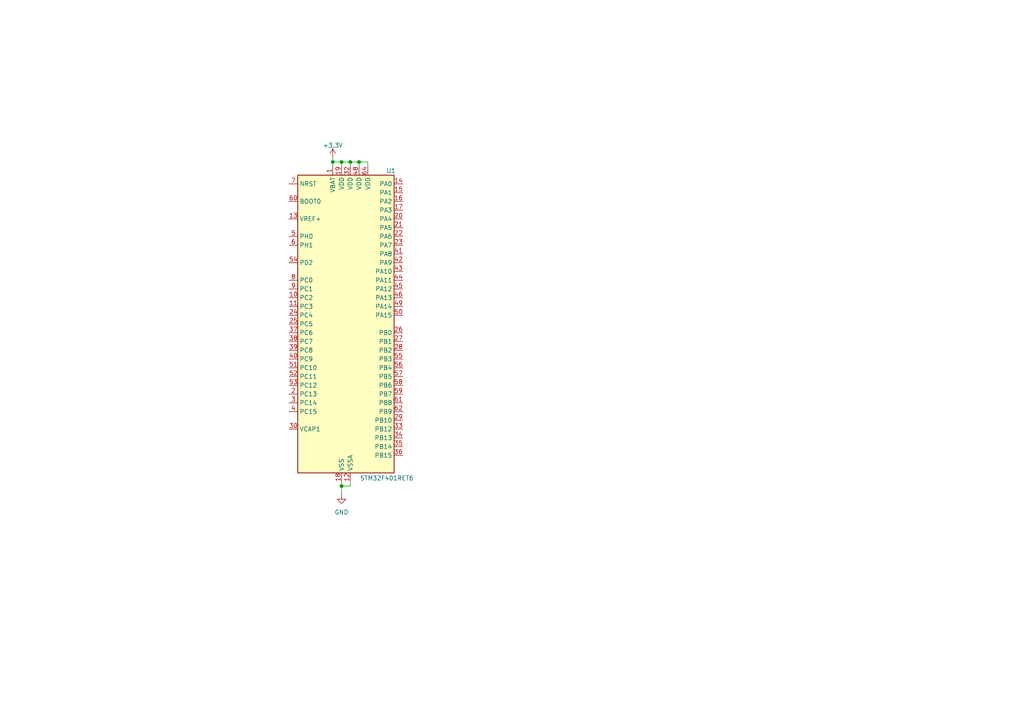
<source format=kicad_sch>
(kicad_sch (version 20231120) (generator "eeschema") (generator_version "8.0")
  (paper "A4")
  (lib_symbols
    (symbol "MCU_ST_STM32F4:STM32F401RETx"
      (property "Reference" "U" (at -12.7 44.45 0))
      (property "Value" "STM32F401RETx" (at 10.16 44.45 0))
      (symbol "STM32F401RETx_0_1"
        (rectangle (start -12.7 -43.18) (end 15.24 43.18) (stroke (width 0.254)) (fill (type background)))
      )
      (symbol "STM32F401RETx_1_1"
        (pin power_in line (at -2.54 45.72 270) (length 2.54) (name "VBAT") (number "1"))
        (pin bidirectional line (at -15.24 7.62 0) (length 2.54) (name "PC2") (number "10"))
        (pin bidirectional line (at -15.24 5.08 0) (length 2.54) (name "PC3") (number "11"))
        (pin power_in line (at 2.54 -45.72 90) (length 2.54) (name "VSSA") (number "12"))
        (pin input line (at -15.24 30.48 0) (length 2.54) (name "VREF+") (number "13"))
        (pin bidirectional line (at 17.78 40.64 180) (length 2.54) (name "PA0") (number "14"))
        (pin bidirectional line (at 17.78 38.1 180) (length 2.54) (name "PA1") (number "15"))
        (pin bidirectional line (at 17.78 35.56 180) (length 2.54) (name "PA2") (number "16"))
        (pin bidirectional line (at 17.78 33.02 180) (length 2.54) (name "PA3") (number "17"))
        (pin power_in line (at 0 -45.72 90) (length 2.54) (name "VSS") (number "18"))
        (pin power_in line (at 0 45.72 270) (length 2.54) (name "VDD") (number "19"))
        (pin bidirectional line (at -15.24 -20.32 0) (length 2.54) (name "PC13") (number "2"))
        (pin bidirectional line (at 17.78 30.48 180) (length 2.54) (name "PA4") (number "20"))
        (pin bidirectional line (at 17.78 27.94 180) (length 2.54) (name "PA5") (number "21"))
        (pin bidirectional line (at 17.78 25.4 180) (length 2.54) (name "PA6") (number "22"))
        (pin bidirectional line (at 17.78 22.86 180) (length 2.54) (name "PA7") (number "23"))
        (pin bidirectional line (at -15.24 2.54 0) (length 2.54) (name "PC4") (number "24"))
        (pin bidirectional line (at -15.24 0 0) (length 2.54) (name "PC5") (number "25"))
        (pin bidirectional line (at 17.78 -2.54 180) (length 2.54) (name "PB0") (number "26"))
        (pin bidirectional line (at 17.78 -5.08 180) (length 2.54) (name "PB1") (number "27"))
        (pin bidirectional line (at 17.78 -7.62 180) (length 2.54) (name "PB2") (number "28"))
        (pin bidirectional line (at 17.78 -27.94 180) (length 2.54) (name "PB10") (number "29"))
        (pin bidirectional line (at -15.24 -22.86 0) (length 2.54) (name "PC14") (number "3"))
        (pin power_out line (at -15.24 -30.48 0) (length 2.54) (name "VCAP1") (number "30"))
        (pin passive line (at 0 -45.72 90) (length 2.54) hide (name "VSS") (number "31"))
        (pin power_in line (at 2.54 45.72 270) (length 2.54) (name "VDD") (number "32"))
        (pin bidirectional line (at 17.78 -30.48 180) (length 2.54) (name "PB12") (number "33"))
        (pin bidirectional line (at 17.78 -33.02 180) (length 2.54) (name "PB13") (number "34"))
        (pin bidirectional line (at 17.78 -35.56 180) (length 2.54) (name "PB14") (number "35"))
        (pin bidirectional line (at 17.78 -38.1 180) (length 2.54) (name "PB15") (number "36"))
        (pin bidirectional line (at -15.24 -2.54 0) (length 2.54) (name "PC6") (number "37"))
        (pin bidirectional line (at -15.24 -5.08 0) (length 2.54) (name "PC7") (number "38"))
        (pin bidirectional line (at -15.24 -7.62 0) (length 2.54) (name "PC8") (number "39"))
        (pin bidirectional line (at -15.24 -25.4 0) (length 2.54) (name "PC15") (number "4"))
        (pin bidirectional line (at -15.24 -10.16 0) (length 2.54) (name "PC9") (number "40"))
        (pin bidirectional line (at 17.78 20.32 180) (length 2.54) (name "PA8") (number "41"))
        (pin bidirectional line (at 17.78 17.78 180) (length 2.54) (name "PA9") (number "42"))
        (pin bidirectional line (at 17.78 15.24 180) (length 2.54) (name "PA10") (number "43"))
        (pin bidirectional line (at 17.78 12.7 180) (length 2.54) (name "PA11") (number "44"))
        (pin bidirectional line (at 17.78 10.16 180) (length 2.54) (name "PA12") (number "45"))
        (pin bidirectional line (at 17.78 7.62 180) (length 2.54) (name "PA13") (number "46"))
        (pin passive line (at 0 -45.72 90) (length 2.54) hide (name "VSS") (number "47"))
        (pin power_in line (at 5.08 45.72 270) (length 2.54) (name "VDD") (number "48"))
        (pin bidirectional line (at 17.78 5.08 180) (length 2.54) (name "PA14") (number "49"))
        (pin bidirectional line (at -15.24 25.4 0) (length 2.54) (name "PH0") (number "5"))
        (pin bidirectional line (at 17.78 2.54 180) (length 2.54) (name "PA15") (number "50"))
        (pin bidirectional line (at -15.24 -12.7 0) (length 2.54) (name "PC10") (number "51"))
        (pin bidirectional line (at -15.24 -15.24 0) (length 2.54) (name "PC11") (number "52"))
        (pin bidirectional line (at -15.24 -17.78 0) (length 2.54) (name "PC12") (number "53"))
        (pin bidirectional line (at -15.24 17.78 0) (length 2.54) (name "PD2") (number "54"))
        (pin bidirectional line (at 17.78 -10.16 180) (length 2.54) (name "PB3") (number "55"))
        (pin bidirectional line (at 17.78 -12.7 180) (length 2.54) (name "PB4") (number "56"))
        (pin bidirectional line (at 17.78 -15.24 180) (length 2.54) (name "PB5") (number "57"))
        (pin bidirectional line (at 17.78 -17.78 180) (length 2.54) (name "PB6") (number "58"))
        (pin bidirectional line (at 17.78 -20.32 180) (length 2.54) (name "PB7") (number "59"))
        (pin bidirectional line (at -15.24 22.86 0) (length 2.54) (name "PH1") (number "6"))
        (pin input line (at -15.24 35.56 0) (length 2.54) (name "BOOT0") (number "60"))
        (pin bidirectional line (at 17.78 -22.86 180) (length 2.54) (name "PB8") (number "61"))
        (pin bidirectional line (at 17.78 -25.4 180) (length 2.54) (name "PB9") (number "62"))
        (pin passive line (at 0 -45.72 90) (length 2.54) hide (name "VSS") (number "63"))
        (pin power_in line (at 7.62 45.72 270) (length 2.54) (name "VDD") (number "64"))
        (pin input line (at -15.24 40.64 0) (length 2.54) (name "NRST") (number "7"))
        (pin bidirectional line (at -15.24 12.7 0) (length 2.54) (name "PC0") (number "8"))
        (pin bidirectional line (at -15.24 10.16 0) (length 2.54) (name "PC1") (number "9"))
      )
    )
    (symbol "power:+3.3V" (power) (pin_numbers hide) (pin_names (offset 0) hide)
      (property "Value" "+3.3V" (at 0 3.556 0))
      (symbol "+3.3V_0_1"
        (polyline (pts (xy -0.762 1.27) (xy 0 2.54)))
        (polyline (pts (xy 0 0) (xy 0 2.54)))
        (polyline (pts (xy 0 2.54) (xy 0.762 1.27)))
      )
      (symbol "+3.3V_1_1"
        (pin power_in line (at 0 0 90) (length 0) (name "~") (number "1"))
      )
    )
    (symbol "power:GND" (power) (pin_numbers hide) (pin_names (offset 0) hide)
      (property "Value" "GND" (at 0 -3.81 0))
      (symbol "GND_0_1"
        (polyline (pts (xy 0 0) (xy 0 -1.27) (xy 1.27 -1.27) (xy 0 -2.54) (xy -1.27 -1.27) (xy 0 -1.27)))
      )
      (symbol "GND_1_1"
        (pin power_in line (at 0 0 270) (length 0) (name "~") (number "1"))
      )
    )
  )
  (junction (at 104.14 46.99))
  (junction (at 99.06 140.97))
  (junction (at 101.6 46.99))
  (junction (at 99.06 46.99))
  (junction (at 96.52 46.99))
  (wire (pts (xy 101.6 46.99) (xy 104.14 46.99)))
  (wire (pts (xy 101.6 139.7) (xy 101.6 140.97)))
  (wire (pts (xy 101.6 46.99) (xy 101.6 48.26)))
  (wire (pts (xy 96.52 46.99) (xy 99.06 46.99)))
  (wire (pts (xy 104.14 46.99) (xy 106.68 46.99)))
  (wire (pts (xy 99.06 140.97) (xy 99.06 143.51)))
  (wire (pts (xy 99.06 46.99) (xy 99.06 48.26)))
  (wire (pts (xy 101.6 140.97) (xy 99.06 140.97)))
  (wire (pts (xy 99.06 139.7) (xy 99.06 140.97)))
  (wire (pts (xy 104.14 46.99) (xy 104.14 48.26)))
  (wire (pts (xy 99.06 46.99) (xy 101.6 46.99)))
  (wire (pts (xy 96.52 46.99) (xy 96.52 48.26)))
  (wire (pts (xy 106.68 46.99) (xy 106.68 48.26)))
  (wire (pts (xy 96.52 45.72) (xy 96.52 46.99)))
  (symbol (lib_id "power:+3.3V") (at 96.52 45.72 0) (unit 1)
    (property "Reference" "#PWR02" (effects (hide yes)))
    (property "Value" "+3.3V" (at 96.52 42.164 0))
    (property "Description" "Power symbol creates a global label with name \"+3.3V\"" (effects (hide yes)))
  )
  (symbol (lib_id "MCU_ST_STM32F4:STM32F401RETx") (at 99.06 93.98 0) (unit 1)
    (property "Reference" "U1" (at 112.014 49.53 0) (effects (justify left)))
    (property "Value" "STM32F401RET6" (at 104.394 138.684 0) (effects (justify left)))
    (property "Footprint" "Package_QFP:LQFP-64_10x10mm_P0.5mm" (effects (hide yes)))
    (property "Datasheet" "https://www.st.com/resource/en/datasheet/stm32f401re.pdf" (effects (hide yes)))
    (property "Description" "STMicroelectronics Arm Cortex-M4 MCU, 512KB flash, 96KB RAM, 84 MHz, 1.7-3.6V, 50 GPIO, LQFP64" (effects (hide yes)))
  )
  (symbol (lib_id "power:GND") (at 99.06 143.51 0) (unit 1)
    (property "Reference" "#PWR01" (effects (hide yes)))
    (property "Value" "GND" (at 99.06 148.59 0))
    (property "Description" "Power symbol creates a global label with name \"GND\" , ground" (effects (hide yes)))
  )
)
</source>
